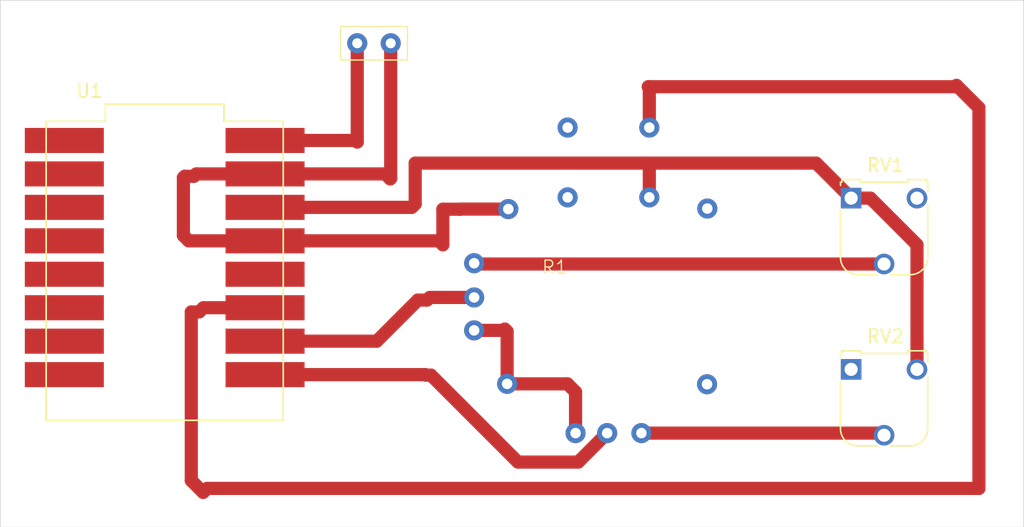
<source format=kicad_pcb>
(kicad_pcb (version 20240108) (generator "pcbnew") (generator_version "8.0")
  (layers (0 "F.Cu" signal) (31 "B.Cu" signal) (34 "B.Paste" user) (35 "F.Paste" user) (36 "B.SilkS" user "B.Silkscreen") (37 "F.SilkS" user "F.Silkscreen") (38 "B.Mask" user) (39 "F.Mask" user) (44 "Edge.Cuts" user))
  (net 0 "")
  (net 9 "Net-(R1-V+)")
  (net 10 "Net-(U1-GPIO2)")
  (net 11 "Net-(R1-V)")
  (net 18 "Net-(R1-H)")
  (net 20 "Net-(R1-H+-Pad6)")
  (net 21 "3V3")
  (net 22 "5V")
  (net 23 "GND")
  (footprint "Potentiometer_THT:Potentiometer_Runtron_RM-065_Vertical" (layer "F.Cu") (at 114.6 78.02)
    (property "Reference" "RV2" (at 2.6 -2.5 0) (layer "F.SilkS"))
    (property "Value" "Trim")
    (fp_line (start -0.81 -1.21) (end -0.81 -0.96) (stroke (width 0.12)) (layer "F.SilkS"))
    (fp_line (start -0.81 4.5) (end -0.81 0.96) (stroke (width 0.12)) (layer "F.SilkS"))
    (fp_line (start -0.71 -1.41) (end -0.71 -1.21) (stroke (width 0.12)) (layer "F.SilkS"))
    (fp_line (start -0.71 -1.41) (end 0.71 -1.41) (stroke (width 0.12)) (layer "F.SilkS"))
    (fp_line (start -0.71 -1.21) (end -0.81 -1.21) (stroke (width 0.12)) (layer "F.SilkS"))
    (fp_line (start 0.71 -1.21) (end 0.71 -1.41) (stroke (width 0.12)) (layer "F.SilkS"))
    (fp_line (start 0.71 -1.21) (end 4.29 -1.21) (stroke (width 0.12)) (layer "F.SilkS"))
    (fp_line (start 1.99 5.81) (end 0.5 5.81) (stroke (width 0.12)) (layer "F.SilkS"))
    (fp_line (start 4.29 -1.41) (end 5.71 -1.41) (stroke (width 0.12)) (layer "F.SilkS"))
    (fp_line (start 4.29 -1.21) (end 4.29 -1.41) (stroke (width 0.12)) (layer "F.SilkS"))
    (fp_line (start 4.5 5.81) (end 3.01 5.81) (stroke (width 0.12)) (layer "F.SilkS"))
    (fp_line (start 5.71 -1.41) (end 5.71 -1.21) (stroke (width 0.12)) (layer "F.SilkS"))
    (fp_line (start 5.71 -1.21) (end 5.81 -1.21) (stroke (width 0.12)) (layer "F.SilkS"))
    (fp_line (start 5.81 -1.21) (end 5.81 -0.52) (stroke (width 0.12)) (layer "F.SilkS"))
    (fp_line (start 5.81 0.52) (end 5.81 4.5) (stroke (width 0.12)) (layer "F.SilkS"))
    (fp_arc (start 0.5 5.81) (mid -0.42631 5.42631) (end -0.81 4.5) (stroke (width 0.12)) (layer "F.SilkS"))
    (fp_arc (start 5.81 4.5) (mid 5.42631 5.42631) (end 4.5 5.81) (stroke (width 0.12)) (layer "F.SilkS"))
    (pad "1" thru_hole rect (at 0 0) (size 1.56 1.56) (drill 1) (layers "*.Cu" "*.Mask"))
    (pad "2" thru_hole circle (at 2.5 5) (size 1.56 1.56) (drill 1) (layers "*.Cu" "*.Mask") (net 20 "Net-(R1-H+-Pad6)"))
    (pad "3" thru_hole circle (at 5 0) (size 1.56 1.56) (drill 1) (layers "*.Cu" "*.Mask") (net 21 "3V3"))
  )
  (footprint "Potentiometer_THT:Potentiometer_Runtron_RM-065_Vertical" (layer "F.Cu") (at 114.6 65.02)
    (property "Reference" "RV1" (at 2.6 -2.5 0) (layer "F.SilkS"))
    (property "Value" "Trim")
    (fp_line (start -0.81 -1.21) (end -0.81 -0.96) (stroke (width 0.12)) (layer "F.SilkS"))
    (fp_line (start -0.81 4.5) (end -0.81 0.96) (stroke (width 0.12)) (layer "F.SilkS"))
    (fp_line (start -0.71 -1.41) (end -0.71 -1.21) (stroke (width 0.12)) (layer "F.SilkS"))
    (fp_line (start -0.71 -1.41) (end 0.71 -1.41) (stroke (width 0.12)) (layer "F.SilkS"))
    (fp_line (start -0.71 -1.21) (end -0.81 -1.21) (stroke (width 0.12)) (layer "F.SilkS"))
    (fp_line (start 0.71 -1.21) (end 0.71 -1.41) (stroke (width 0.12)) (layer "F.SilkS"))
    (fp_line (start 0.71 -1.21) (end 4.29 -1.21) (stroke (width 0.12)) (layer "F.SilkS"))
    (fp_line (start 1.99 5.81) (end 0.5 5.81) (stroke (width 0.12)) (layer "F.SilkS"))
    (fp_line (start 4.29 -1.41) (end 5.71 -1.41) (stroke (width 0.12)) (layer "F.SilkS"))
    (fp_line (start 4.29 -1.21) (end 4.29 -1.41) (stroke (width 0.12)) (layer "F.SilkS"))
    (fp_line (start 4.5 5.81) (end 3.01 5.81) (stroke (width 0.12)) (layer "F.SilkS"))
    (fp_line (start 5.71 -1.41) (end 5.71 -1.21) (stroke (width 0.12)) (layer "F.SilkS"))
    (fp_line (start 5.71 -1.21) (end 5.81 -1.21) (stroke (width 0.12)) (layer "F.SilkS"))
    (fp_line (start 5.81 -1.21) (end 5.81 -0.52) (stroke (width 0.12)) (layer "F.SilkS"))
    (fp_line (start 5.81 0.52) (end 5.81 4.5) (stroke (width 0.12)) (layer "F.SilkS"))
    (fp_arc (start 0.5 5.81) (mid -0.42631 5.42631) (end -0.81 4.5) (stroke (width 0.12)) (layer "F.SilkS"))
    (fp_arc (start 5.81 4.5) (mid 5.42631 5.42631) (end 4.5 5.81) (stroke (width 0.12)) (layer "F.SilkS"))
    (pad "1" thru_hole rect (at 0 0) (size 1.56 1.56) (drill 1) (layers "*.Cu" "*.Mask") (net 21 "3V3"))
    (pad "2" thru_hole circle (at 2.5 5) (size 1.56 1.56) (drill 1) (layers "*.Cu" "*.Mask") (net 9 "Net-(R1-V+)"))
    (pad "3" thru_hole circle (at 5 0) (size 1.56 1.56) (drill 1) (layers "*.Cu" "*.Mask"))
  )
  (footprint "Empreintes:Joystick" (layer "F.Cu") (at 96.1 71.26)
    (property "Reference" "R1" (at -4 -1 0) (layer "F.SilkS") (effects (font (thickness 0.1))))
    (property "Value" "~")
    (pad "1" thru_hole circle (at -10.125 -1.3) (size 1.524 1.524) (drill 0.8) (layers "*.Cu" "*.Mask") (net 9 "Net-(R1-V+)"))
    (pad "2" thru_hole circle (at -10.125 1.3) (size 1.524 1.524) (drill 0.8) (layers "*.Cu" "*.Mask") (net 11 "Net-(R1-V)"))
    (pad "3" thru_hole circle (at -10.125 3.8) (size 1.524 1.524) (drill 0.8) (layers "*.Cu" "*.Mask") (net 23 "GND"))
    (pad "4" thru_hole circle (at -2.425 11.6) (size 1.524 1.524) (drill 0.8) (layers "*.Cu" "*.Mask") (net 23 "GND"))
    (pad "5" thru_hole circle (at -0.025 11.6) (size 1.524 1.524) (drill 0.8) (layers "*.Cu" "*.Mask") (net 18 "Net-(R1-H)"))
    (pad "6" thru_hole circle (at 2.575 11.6) (size 1.524 1.524) (drill 0.8) (layers "*.Cu" "*.Mask") (net 20 "Net-(R1-H+-Pad6)"))
    (pad "7" thru_hole circle (at -3.025 -6.3) (size 1.524 1.524) (drill 0.8) (layers "*.Cu" "*.Mask"))
    (pad "8" thru_hole circle (at 3.175 -6.3) (size 1.524 1.524) (drill 0.8) (layers "*.Cu" "*.Mask") (net 21 "3V3"))
    (pad "9" thru_hole circle (at -3.025 -11.6) (size 1.524 1.524) (drill 0.8) (layers "*.Cu" "*.Mask"))
    (pad "10" thru_hole circle (at 3.175 -11.6) (size 1.524 1.524) (drill 0.8) (layers "*.Cu" "*.Mask") (net 10 "Net-(U1-GPIO2)"))
    (pad "11" thru_hole circle (at -7.53 -5.41) (size 1.524 1.524) (drill 0.8) (layers "*.Cu" "*.Mask") (net 23 "GND"))
    (pad "12" thru_hole circle (at 7.58 -5.45) (size 1.524 1.524) (drill 0.8) (layers "*.Cu" "*.Mask"))
    (pad "13" thru_hole circle (at 7.56 7.89) (size 1.524 1.524) (drill 0.8) (layers "*.Cu" "*.Mask"))
    (pad "14" thru_hole circle (at -7.62 7.86) (size 1.524 1.524) (drill 0.8) (layers "*.Cu" "*.Mask") (net 23 "GND"))
  )
  (footprint "Empreintes:CONN-2-PINS" (layer "F.Cu") (at 78.37 53.26)
    (property "Reference" "J1" (hide yes))
    (property "Value" "Conn_01x02_Socket")
    (fp_rect (start -2.54 -1.27) (end 2.54 1.27) (stroke (width 0.1)) (fill none) (layer "F.SilkS"))
    (pad "1" thru_hole circle (at -1.27 0) (size 1.524 1.524) (drill 0.762) (layers "*.Cu" "*.Mask") (net 22 "5V"))
    (pad "2" thru_hole circle (at 1.27 0) (size 1.524 1.524) (drill 0.762) (layers "*.Cu" "*.Mask") (net 23 "GND"))
  )
  (footprint "PCM_Espressif:ESP32-C3-SUPERMINI" (layer "F.Cu") (at 62.48 70.54)
    (property "Reference" "U1" (at -5.715 -13.6525 0) (layer "F.SilkS"))
    (property "Value" "ESP32-C3_SUPERMINI")
    (fp_line (start -9 11.35) (end -9 -11.35) (stroke (width 0.127)) (layer "F.SilkS"))
    (fp_line (start -4.5 -12.65) (end -4.5 -11.35) (stroke (width 0.127)) (layer "F.SilkS"))
    (fp_line (start -4.5 -11.35) (end -9 -11.35) (stroke (width 0.127)) (layer "F.SilkS"))
    (fp_line (start 4.5 -12.65) (end -4.5 -12.65) (stroke (width 0.127)) (layer "F.SilkS"))
    (fp_line (start 4.5 -12.65) (end 4.5 -11.35) (stroke (width 0.127)) (layer "F.SilkS"))
    (fp_line (start 9 -11.35) (end 4.5 -11.35) (stroke (width 0.127)) (layer "F.SilkS"))
    (fp_line (start 9 11.35) (end -9 11.35) (stroke (width 0.127)) (layer "F.SilkS"))
    (fp_line (start 9 11.35) (end 9 -11.35) (stroke (width 0.127)) (layer "F.SilkS"))
    (pad "0" smd rect (at 7.62 7.88) (size 6 1.905) (layers "F.Cu" "F.Paste" "F.Mask") (net 18 "Net-(R1-H)"))
    (pad "1" smd rect (at 7.62 5.34) (size 6 1.905) (layers "F.Cu" "F.Paste" "F.Mask") (net 11 "Net-(R1-V)"))
    (pad "2" smd rect (at 7.62 2.8) (size 6 1.905) (layers "F.Cu" "F.Paste" "F.Mask") (net 10 "Net-(U1-GPIO2)"))
    (pad "3" smd rect (at 7.62 0.26) (size 6 1.905) (layers "F.Cu" "F.Paste" "F.Mask"))
    (pad "3.3" smd rect (at 7.62 -4.82) (size 6 1.905) (layers "F.Cu" "F.Paste" "F.Mask") (net 21 "3V3"))
    (pad "4" smd rect (at 7.62 -2.28) (size 6 1.905) (layers "F.Cu" "F.Paste" "F.Mask") (net 23 "GND"))
    (pad "5" smd rect (at -7.62 -9.9) (size 6 1.905) (layers "F.Cu" "F.Paste" "F.Mask"))
    (pad "5V" smd rect (at 7.62 -9.9) (size 6 1.905) (layers "F.Cu" "F.Paste" "F.Mask") (net 22 "5V"))
    (pad "6" smd rect (at -7.62 -7.36) (size 6 1.905) (layers "F.Cu" "F.Paste" "F.Mask"))
    (pad "7" smd rect (at -7.62 -4.82) (size 6 1.905) (layers "F.Cu" "F.Paste" "F.Mask"))
    (pad "8" smd rect (at -7.62 -2.28) (size 6 1.905) (layers "F.Cu" "F.Paste" "F.Mask"))
    (pad "9" smd rect (at -7.62 0.26) (size 6 1.905) (layers "F.Cu" "F.Paste" "F.Mask"))
    (pad "10" smd rect (at -7.62 2.8) (size 6 1.905) (layers "F.Cu" "F.Paste" "F.Mask"))
    (pad "20" smd rect (at -7.62 5.34) (size 6 1.905) (layers "F.Cu" "F.Paste" "F.Mask"))
    (pad "21" smd rect (at -7.62 7.88) (size 6 1.905) (layers "F.Cu" "F.Paste" "F.Mask"))
    (pad "G" smd rect (at 7.62 -7.36) (size 6 1.905) (layers "F.Cu" "F.Paste" "F.Mask") (net 23 "GND"))
  )
  (gr_rect (start 50 50) (end 127.7 90) (stroke (width 0.05)) (fill none) (layer "Edge.Cuts"))
  (segment (start 117.1 70.02) (end 86.035 70.02) (width 1) (layer "F.Cu") (net 9))
  (segment (start 86.035 70.02) (end 85.975 69.96) (width 1) (layer "F.Cu") (net 9))
  (segment (start 99.2 56.56) (end 122.5 56.56) (width 1) (layer "F.Cu") (net 10))
  (segment (start 124.3 58.16) (end 124.3 87.06) (width 1) (layer "F.Cu") (net 10))
  (segment (start 64.5 73.66) (end 65.1 73.66) (width 1) (layer "F.Cu") (net 10))
  (segment (start 99.275 59.66) (end 99.275 56.635) (width 1) (layer "F.Cu") (net 10))
  (segment (start 64.5 86.46) (end 64.5 73.66) (width 1) (layer "F.Cu") (net 10))
  (segment (start 122.6 56.46) (end 124.3 58.16) (width 1) (layer "F.Cu") (net 10))
  (segment (start 124.3 87.06) (end 65.7 87.06) (width 1) (layer "F.Cu") (net 10))
  (segment (start 65.7 87.06) (end 65.4 87.36) (width 1) (layer "F.Cu") (net 10))
  (segment (start 122.5 56.56) (end 122.6 56.46) (width 1) (layer "F.Cu") (net 10))
  (segment (start 65.4 87.36) (end 64.5 86.46) (width 1) (layer "F.Cu") (net 10))
  (segment (start 99.275 56.635) (end 99.2 56.56) (width 1) (layer "F.Cu") (net 10))
  (segment (start 65.42 73.34) (end 70.1 73.34) (width 1) (layer "F.Cu") (net 10))
  (segment (start 65.1 73.66) (end 65.42 73.34) (width 1) (layer "F.Cu") (net 10))
  (segment (start 82.4 72.76) (end 82.6 72.56) (width 1) (layer "F.Cu") (net 11))
  (segment (start 82.6 72.56) (end 85.975 72.56) (width 1) (layer "F.Cu") (net 11))
  (segment (start 81.7 72.76) (end 82.4 72.76) (width 1) (layer "F.Cu") (net 11))
  (segment (start 70.1 75.88) (end 78.58 75.88) (width 1) (layer "F.Cu") (net 11))
  (segment (start 78.58 75.88) (end 81.7 72.76) (width 1) (layer "F.Cu") (net 11))
  (segment (start 82.26 78.42) (end 70.1 78.42) (width 1) (layer "F.Cu") (net 18))
  (segment (start 93.875 85.06) (end 89.3 85.06) (width 1) (layer "F.Cu") (net 18))
  (segment (start 89.3 85.06) (end 82.7 78.46) (width 1) (layer "F.Cu") (net 18))
  (segment (start 96.075 82.86) (end 93.875 85.06) (width 1) (layer "F.Cu") (net 18))
  (segment (start 82.7 78.46) (end 82.3 78.46) (width 1) (layer "F.Cu") (net 18))
  (segment (start 82.3 78.46) (end 82.26 78.42) (width 1) (layer "F.Cu") (net 18))
  (segment (start 116.94 82.86) (end 117.1 83.02) (width 1) (layer "F.Cu") (net 20))
  (segment (start 98.675 82.86) (end 116.94 82.86) (width 1) (layer "F.Cu") (net 20))
  (segment (start 99.275 64.96) (end 99.275 62.635) (width 1) (layer "F.Cu") (net 21))
  (segment (start 119.6 68.56) (end 119.6 78.02) (width 1) (layer "F.Cu") (net 21))
  (segment (start 81.5 65.46) (end 81.5 62.36) (width 1) (layer "F.Cu") (net 21))
  (segment (start 114.6 65.02) (end 116.06 65.02) (width 1) (layer "F.Cu") (net 21))
  (segment (start 70.1 65.72) (end 81.24 65.72) (width 1) (layer "F.Cu") (net 21))
  (segment (start 99 62.36) (end 111.94 62.36) (width 1) (layer "F.Cu") (net 21))
  (segment (start 81.5 62.36) (end 99 62.36) (width 1) (layer "F.Cu") (net 21))
  (segment (start 81.24 65.72) (end 81.5 65.46) (width 1) (layer "F.Cu") (net 21))
  (segment (start 116.06 65.02) (end 119.6 68.56) (width 1) (layer "F.Cu") (net 21))
  (segment (start 99.275 62.635) (end 99 62.36) (width 1) (layer "F.Cu") (net 21))
  (segment (start 111.94 62.36) (end 114.6 65.02) (width 1) (layer "F.Cu") (net 21))
  (segment (start 70.1 60.64) (end 76.98 60.64) (width 1) (layer "F.Cu") (net 22))
  (segment (start 76.98 60.64) (end 77.1 60.76) (width 1) (layer "F.Cu") (net 22))
  (segment (start 77.1 60.76) (end 77.1 53.26) (width 1) (layer "F.Cu") (net 22))
  (segment (start 70.1 68.26) (end 64.3 68.26) (width 1) (layer "F.Cu") (net 23))
  (segment (start 64 63.36) (end 64.7 63.36) (width 1) (layer "F.Cu") (net 23))
  (segment (start 64.88 63.18) (end 70.1 63.18) (width 1) (layer "F.Cu") (net 23))
  (segment (start 84.91 65.85) (end 88.57 65.85) (width 1) (layer "F.Cu") (net 23))
  (segment (start 93.675 79.735) (end 93.675 82.86) (width 1) (layer "F.Cu") (net 23))
  (segment (start 88.2 75.06) (end 88.3 74.96) (width 1) (layer "F.Cu") (net 23))
  (segment (start 64.7 63.36) (end 64.88 63.18) (width 1) (layer "F.Cu") (net 23))
  (segment (start 64.3 68.26) (end 63.9 67.86) (width 1) (layer "F.Cu") (net 23))
  (segment (start 63.9 63.46) (end 64 63.36) (width 1) (layer "F.Cu") (net 23))
  (segment (start 88.3 74.96) (end 88.48 75.14) (width 1) (layer "F.Cu") (net 23))
  (segment (start 63.9 67.86) (end 63.9 63.46) (width 1) (layer "F.Cu") (net 23))
  (segment (start 70.1 68.26) (end 83.3 68.26) (width 1) (layer "F.Cu") (net 23))
  (segment (start 79.64 63.52) (end 79.64 53.26) (width 1) (layer "F.Cu") (net 23))
  (segment (start 93.06 79.12) (end 93.675 79.735) (width 1) (layer "F.Cu") (net 23))
  (segment (start 88.48 75.14) (end 88.48 79.12) (width 1) (layer "F.Cu") (net 23))
  (segment (start 83.6 68.56) (end 83.6 65.86) (width 1) (layer "F.Cu") (net 23))
  (segment (start 88.48 79.12) (end 93.06 79.12) (width 1) (layer "F.Cu") (net 23))
  (segment (start 84.9 65.86) (end 84.91 65.85) (width 1) (layer "F.Cu") (net 23))
  (segment (start 79.22 63.18) (end 79.6 63.56) (width 1) (layer "F.Cu") (net 23))
  (segment (start 79.6 63.56) (end 79.64 63.52) (width 1) (layer "F.Cu") (net 23))
  (segment (start 83.6 65.86) (end 84.9 65.86) (width 1) (layer "F.Cu") (net 23))
  (segment (start 70.1 63.18) (end 79.22 63.18) (width 1) (layer "F.Cu") (net 23))
  (segment (start 85.975 75.06) (end 88.2 75.06) (width 1) (layer "F.Cu") (net 23))
  (segment (start 83.3 68.26) (end 83.6 68.56) (width 1) (layer "F.Cu") (net 23))
)
</source>
